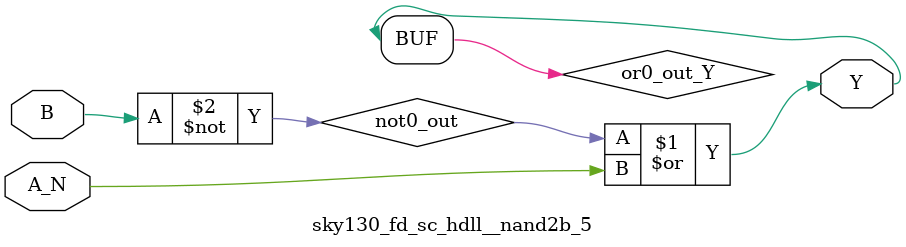
<source format=v>
module sky130_fd_sc_hdll__nand2b_5 (
    Y  ,
    A_N,
    B
);
    output Y  ;
    input  A_N;
    input  B  ;
    wire not0_out ;
    wire or0_out_Y;
    not not0 (not0_out , B              );
    or  or0  (or0_out_Y, not0_out, A_N  );
    buf buf0 (Y        , or0_out_Y      );
endmodule
</source>
